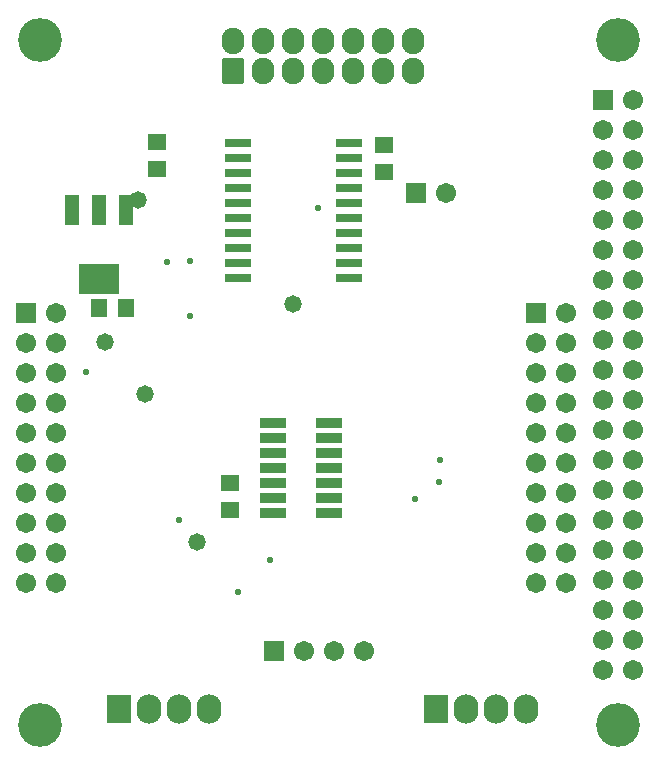
<source format=gts>
G04*
G04 #@! TF.GenerationSoftware,Altium Limited,Altium Designer,18.1.5 (160)*
G04*
G04 Layer_Color=8388736*
%FSTAX24Y24*%
%MOIN*%
G70*
G01*
G75*
%ADD25R,0.0630X0.0580*%
%ADD26R,0.0580X0.0630*%
%ADD27R,0.0474X0.1025*%
%ADD28R,0.1379X0.1025*%
%ADD29R,0.0890X0.0320*%
%ADD30R,0.0860X0.0300*%
%ADD31O,0.0760X0.0880*%
G04:AMPARAMS|DCode=32|XSize=88mil|YSize=76mil|CornerRadius=12.5mil|HoleSize=0mil|Usage=FLASHONLY|Rotation=90.000|XOffset=0mil|YOffset=0mil|HoleType=Round|Shape=RoundedRectangle|*
%AMROUNDEDRECTD32*
21,1,0.0880,0.0510,0,0,90.0*
21,1,0.0630,0.0760,0,0,90.0*
1,1,0.0250,0.0255,0.0315*
1,1,0.0250,0.0255,-0.0315*
1,1,0.0250,-0.0255,-0.0315*
1,1,0.0250,-0.0255,0.0315*
%
%ADD32ROUNDEDRECTD32*%
%ADD33O,0.0830X0.0980*%
%ADD34R,0.0830X0.0980*%
%ADD35C,0.0671*%
%ADD36R,0.0671X0.0671*%
%ADD37R,0.0671X0.0671*%
%ADD38C,0.1460*%
%ADD39C,0.0580*%
%ADD40C,0.0230*%
D25*
X009571Y039265D02*
D03*
Y040165D02*
D03*
X012001Y027885D02*
D03*
Y028785D02*
D03*
X017131Y040045D02*
D03*
Y039145D02*
D03*
D26*
X008521Y034605D02*
D03*
X007621D02*
D03*
D27*
X008547Y037866D02*
D03*
X007641D02*
D03*
X006736D02*
D03*
D28*
X007641Y035583D02*
D03*
D29*
X015311Y027775D02*
D03*
Y028275D02*
D03*
Y028775D02*
D03*
Y029275D02*
D03*
Y029775D02*
D03*
Y030275D02*
D03*
Y030775D02*
D03*
X013421D02*
D03*
Y030275D02*
D03*
Y029775D02*
D03*
Y029275D02*
D03*
Y028775D02*
D03*
Y028275D02*
D03*
Y027775D02*
D03*
D30*
X012281Y040125D02*
D03*
Y039625D02*
D03*
Y039125D02*
D03*
Y038625D02*
D03*
Y038125D02*
D03*
Y037625D02*
D03*
Y037125D02*
D03*
Y036625D02*
D03*
Y036125D02*
D03*
Y035625D02*
D03*
X015961D02*
D03*
Y036125D02*
D03*
Y036625D02*
D03*
Y037125D02*
D03*
Y037625D02*
D03*
Y038125D02*
D03*
Y038625D02*
D03*
Y039125D02*
D03*
Y039625D02*
D03*
Y040125D02*
D03*
D31*
X01811Y043505D02*
D03*
X01711D02*
D03*
X01611D02*
D03*
X01511D02*
D03*
X01411D02*
D03*
X01311D02*
D03*
X01211D02*
D03*
X01811Y042505D02*
D03*
X01711D02*
D03*
X01611D02*
D03*
X01511D02*
D03*
X01411D02*
D03*
X01311D02*
D03*
D32*
X01211D02*
D03*
D33*
X011291Y021245D02*
D03*
X010291D02*
D03*
X009291D02*
D03*
X021861D02*
D03*
X020861D02*
D03*
X019861D02*
D03*
D34*
X008291D02*
D03*
X018861D02*
D03*
D35*
X016461Y023175D02*
D03*
X015461D02*
D03*
X014461D02*
D03*
X019191Y038465D02*
D03*
X023191Y034465D02*
D03*
X022191Y033465D02*
D03*
X023191D02*
D03*
X022191Y032465D02*
D03*
X023191D02*
D03*
X022191Y031465D02*
D03*
X023191D02*
D03*
X022191Y030465D02*
D03*
X023191D02*
D03*
X022191Y029465D02*
D03*
X023191D02*
D03*
X022191Y028465D02*
D03*
X023191D02*
D03*
X022191Y027465D02*
D03*
X023191D02*
D03*
X022191Y026465D02*
D03*
X023191D02*
D03*
X022191Y025465D02*
D03*
X023191D02*
D03*
X006191Y034465D02*
D03*
X005191Y033465D02*
D03*
X006191D02*
D03*
X005191Y032465D02*
D03*
X006191D02*
D03*
X005191Y031465D02*
D03*
X006191D02*
D03*
X005191Y030465D02*
D03*
X006191D02*
D03*
X005191Y029465D02*
D03*
X006191D02*
D03*
X005191Y028465D02*
D03*
X006191D02*
D03*
X005191Y027465D02*
D03*
X006191D02*
D03*
X005191Y026465D02*
D03*
X006191D02*
D03*
X005191Y025465D02*
D03*
X006191D02*
D03*
X025441Y022555D02*
D03*
X024441D02*
D03*
X025441Y023555D02*
D03*
X024441D02*
D03*
X025441Y024555D02*
D03*
X024441D02*
D03*
X025441Y025555D02*
D03*
X024441D02*
D03*
X025441Y026555D02*
D03*
X024441D02*
D03*
X025441Y027555D02*
D03*
X024441D02*
D03*
X025441Y028555D02*
D03*
X024441D02*
D03*
X025441Y029555D02*
D03*
X024441D02*
D03*
X025441Y030555D02*
D03*
X024441D02*
D03*
X025441Y031555D02*
D03*
X024441D02*
D03*
X025441Y032555D02*
D03*
X024441D02*
D03*
X025441Y033555D02*
D03*
X024441D02*
D03*
X025441Y034555D02*
D03*
X024441D02*
D03*
X025441Y035555D02*
D03*
X024441D02*
D03*
X025441Y036555D02*
D03*
X024441D02*
D03*
X025441Y037555D02*
D03*
X024441D02*
D03*
X025441Y038555D02*
D03*
X024441D02*
D03*
X025441Y039555D02*
D03*
X024441D02*
D03*
X025441Y040555D02*
D03*
X024441D02*
D03*
X025441Y041555D02*
D03*
D36*
X013461Y023175D02*
D03*
X018191Y038465D02*
D03*
D37*
X022191Y034465D02*
D03*
X005191D02*
D03*
X024441Y041555D02*
D03*
D38*
X024941Y02072D02*
D03*
Y043555D02*
D03*
X00565D02*
D03*
Y02072D02*
D03*
D39*
X008921Y03823D02*
D03*
X014091Y034765D02*
D03*
X007844Y033472D02*
D03*
X009181Y031755D02*
D03*
X010911Y026815D02*
D03*
D40*
X013331Y026215D02*
D03*
X007191Y032475D02*
D03*
X016011Y038625D02*
D03*
X015941Y039125D02*
D03*
X015951Y038095D02*
D03*
X014921Y037945D02*
D03*
X012281Y025165D02*
D03*
X011981Y028795D02*
D03*
X015381Y030775D02*
D03*
X009891Y036165D02*
D03*
X007841Y033475D02*
D03*
X018971Y028825D02*
D03*
X018991Y029545D02*
D03*
X015341Y030285D02*
D03*
X010311Y027565D02*
D03*
X018151Y028255D02*
D03*
X010651Y036195D02*
D03*
X010681Y034335D02*
D03*
M02*

</source>
